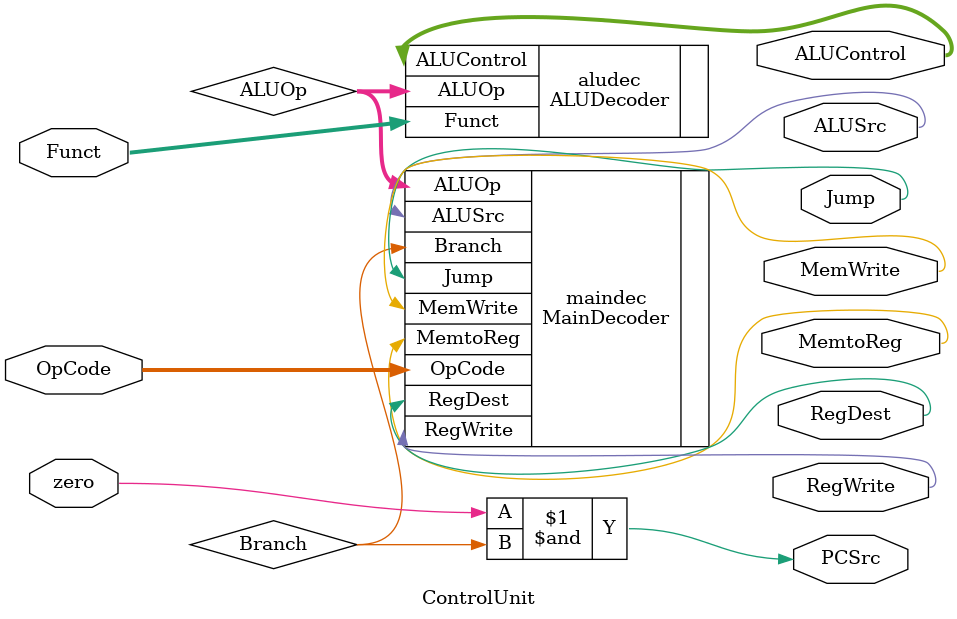
<source format=v>
module ControlUnit
						(
						input [5:0] OpCode,
						input [5:0] Funct,
						input zero,
						output Jump,
						output MemtoReg,MemWrite,ALUSrc,RegDest,RegWrite,PCSrc,
					   output [2:0] ALUControl
						);
						
						wire Branch;
						wire [1:0] ALUOp;
						
						MainDecoder maindec
						(
						.OpCode(OpCode),
						.Jump(Jump),
						.ALUOp(ALUOp),
						.MemtoReg(MemtoReg),
						.MemWrite(MemWrite),
						.Branch(Branch),
						.ALUSrc(ALUSrc),
						.RegDest(RegDest),
						.RegWrite(RegWrite)
						);
						
						ALUDecoder aludec
						(
						.ALUOp(ALUOp),
					   .Funct(Funct),
					   .ALUControl(ALUControl)
						);
						
						and (PCSrc,zero,Branch);
endmodule 
</source>
